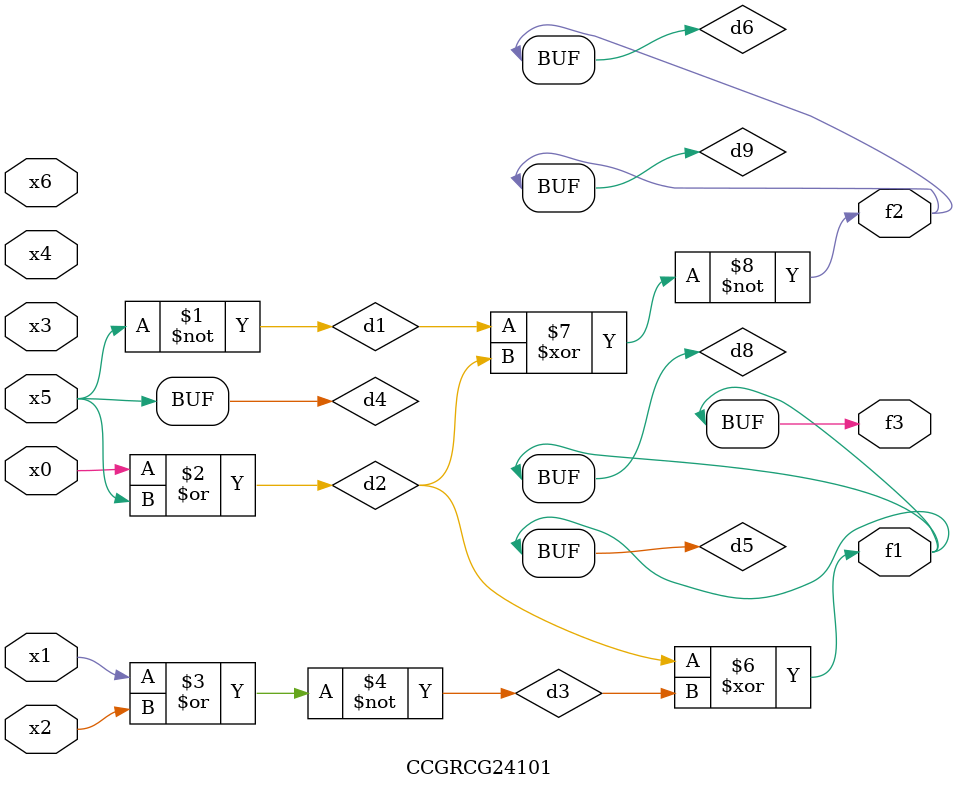
<source format=v>
module CCGRCG24101(
	input x0, x1, x2, x3, x4, x5, x6,
	output f1, f2, f3
);

	wire d1, d2, d3, d4, d5, d6, d7, d8, d9;

	nand (d1, x5);
	or (d2, x0, x5);
	nor (d3, x1, x2);
	xnor (d4, d1);
	xor (d5, d2, d3);
	xnor (d6, d1, d2);
	not (d7, x4);
	buf (d8, d5);
	xor (d9, d6);
	assign f1 = d8;
	assign f2 = d9;
	assign f3 = d8;
endmodule

</source>
